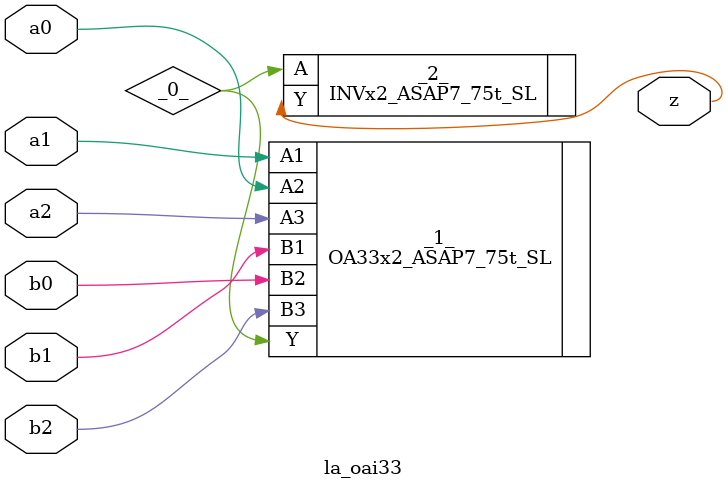
<source format=v>
/* Generated by Yosys 0.37 (git sha1 a5c7f69ed, clang 14.0.0-1ubuntu1.1 -fPIC -Os) */

module la_oai33(a0, a1, a2, b0, b1, b2, z);
  wire _0_;
  input a0;
  wire a0;
  input a1;
  wire a1;
  input a2;
  wire a2;
  input b0;
  wire b0;
  input b1;
  wire b1;
  input b2;
  wire b2;
  output z;
  wire z;
  OA33x2_ASAP7_75t_SL _1_ (
    .A1(a1),
    .A2(a0),
    .A3(a2),
    .B1(b1),
    .B2(b0),
    .B3(b2),
    .Y(_0_)
  );
  INVx2_ASAP7_75t_SL _2_ (
    .A(_0_),
    .Y(z)
  );
endmodule

</source>
